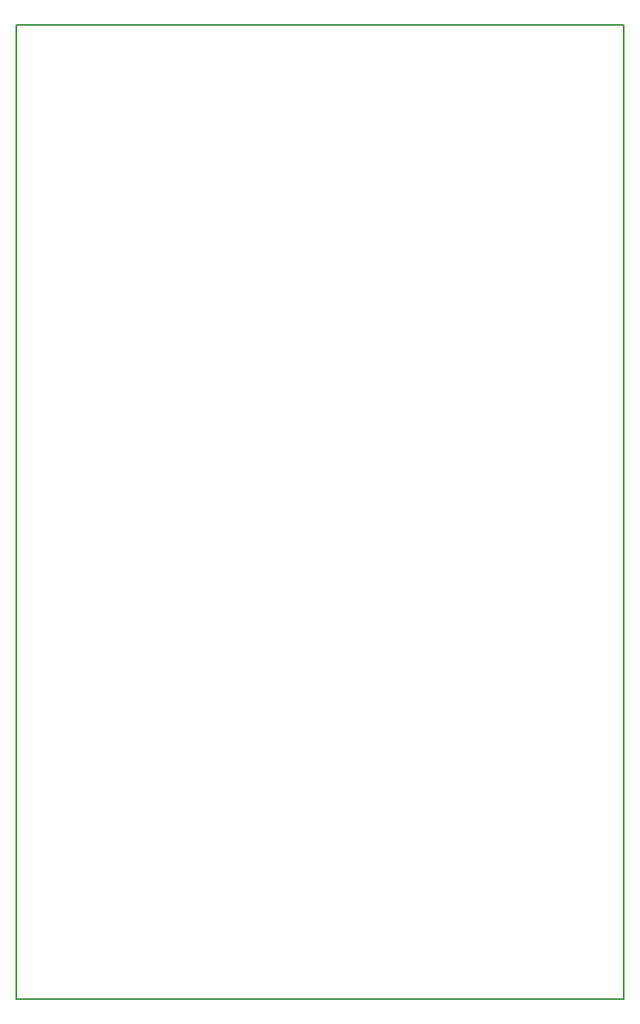
<source format=gbr>
G04 #@! TF.GenerationSoftware,KiCad,Pcbnew,5.0.1-33cea8e~68~ubuntu18.04.1*
G04 #@! TF.CreationDate,2018-11-14T12:35:47-05:00*
G04 #@! TF.ProjectId,PBC_TP_Final_JMena,5042435F54505F46696E616C5F4A4D65,1.0*
G04 #@! TF.SameCoordinates,Original*
G04 #@! TF.FileFunction,Profile,NP*
%FSLAX46Y46*%
G04 Gerber Fmt 4.6, Leading zero omitted, Abs format (unit mm)*
G04 Created by KiCad (PCBNEW 5.0.1-33cea8e~68~ubuntu18.04.1) date mié 14 nov 2018 12:35:47 -05*
%MOMM*%
%LPD*%
G01*
G04 APERTURE LIST*
%ADD10C,0.150000*%
G04 APERTURE END LIST*
D10*
X139000000Y-52000000D02*
X79000000Y-52000000D01*
X139000000Y-148000000D02*
X139000000Y-52000000D01*
X79000000Y-148000000D02*
X139000000Y-148000000D01*
X79000000Y-52000000D02*
X79000000Y-148000000D01*
M02*

</source>
